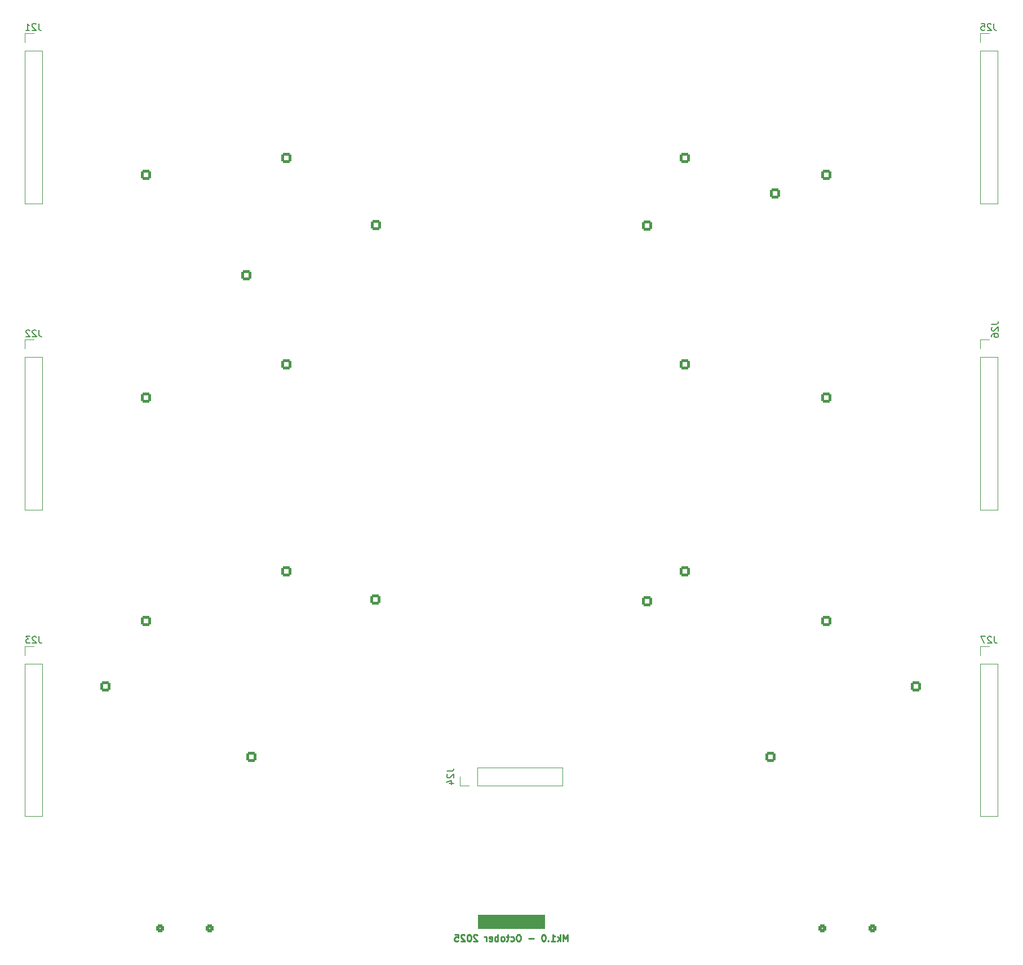
<source format=gbo>
%TF.GenerationSoftware,KiCad,Pcbnew,9.0.4*%
%TF.CreationDate,2025-10-03T19:31:03+02:00*%
%TF.ProjectId,DMH_VCEG_PCB_2,444d485f-5643-4454-975f-5043425f322e,1*%
%TF.SameCoordinates,Original*%
%TF.FileFunction,Legend,Bot*%
%TF.FilePolarity,Positive*%
%FSLAX46Y46*%
G04 Gerber Fmt 4.6, Leading zero omitted, Abs format (unit mm)*
G04 Created by KiCad (PCBNEW 9.0.4) date 2025-10-03 19:31:03*
%MOMM*%
%LPD*%
G01*
G04 APERTURE LIST*
G04 Aperture macros list*
%AMRoundRect*
0 Rectangle with rounded corners*
0 $1 Rounding radius*
0 $2 $3 $4 $5 $6 $7 $8 $9 X,Y pos of 4 corners*
0 Add a 4 corners polygon primitive as box body*
4,1,4,$2,$3,$4,$5,$6,$7,$8,$9,$2,$3,0*
0 Add four circle primitives for the rounded corners*
1,1,$1+$1,$2,$3*
1,1,$1+$1,$4,$5*
1,1,$1+$1,$6,$7*
1,1,$1+$1,$8,$9*
0 Add four rect primitives between the rounded corners*
20,1,$1+$1,$2,$3,$4,$5,0*
20,1,$1+$1,$4,$5,$6,$7,0*
20,1,$1+$1,$6,$7,$8,$9,0*
20,1,$1+$1,$8,$9,$2,$3,0*%
G04 Aperture macros list end*
%ADD10C,0.100000*%
%ADD11C,0.250000*%
%ADD12C,0.150000*%
%ADD13C,0.120000*%
%ADD14C,1.600000*%
%ADD15C,2.800000*%
%ADD16R,1.500000X1.500000*%
%ADD17C,1.500000*%
%ADD18C,1.440000*%
%ADD19RoundRect,0.250000X-0.550000X-0.550000X0.550000X-0.550000X0.550000X0.550000X-0.550000X0.550000X0*%
%ADD20O,2.720000X3.240000*%
%ADD21R,1.800000X1.800000*%
%ADD22C,1.800000*%
%ADD23RoundRect,0.250000X0.350000X0.350000X-0.350000X0.350000X-0.350000X-0.350000X0.350000X-0.350000X0*%
%ADD24C,1.200000*%
%ADD25O,4.000000X4.200000*%
%ADD26RoundRect,0.250000X0.550000X-0.550000X0.550000X0.550000X-0.550000X0.550000X-0.550000X-0.550000X0*%
%ADD27RoundRect,0.250000X-0.550000X0.550000X-0.550000X-0.550000X0.550000X-0.550000X0.550000X0.550000X0*%
%ADD28RoundRect,0.250000X0.550000X0.550000X-0.550000X0.550000X-0.550000X-0.550000X0.550000X-0.550000X0*%
%ADD29R,1.700000X1.700000*%
%ADD30C,1.700000*%
G04 APERTURE END LIST*
D10*
X95000000Y-176750000D02*
X105000000Y-176750000D01*
X105000000Y-178750000D01*
X95000000Y-178750000D01*
X95000000Y-176750000D01*
G36*
X95000000Y-176750000D02*
G01*
X105000000Y-176750000D01*
X105000000Y-178750000D01*
X95000000Y-178750000D01*
X95000000Y-176750000D01*
G37*
D11*
X108476190Y-180699619D02*
X108476190Y-179699619D01*
X108476190Y-179699619D02*
X108142857Y-180413904D01*
X108142857Y-180413904D02*
X107809524Y-179699619D01*
X107809524Y-179699619D02*
X107809524Y-180699619D01*
X107333333Y-180699619D02*
X107333333Y-179699619D01*
X107238095Y-180318666D02*
X106952381Y-180699619D01*
X106952381Y-180032952D02*
X107333333Y-180413904D01*
X106000000Y-180699619D02*
X106571428Y-180699619D01*
X106285714Y-180699619D02*
X106285714Y-179699619D01*
X106285714Y-179699619D02*
X106380952Y-179842476D01*
X106380952Y-179842476D02*
X106476190Y-179937714D01*
X106476190Y-179937714D02*
X106571428Y-179985333D01*
X105571428Y-180604380D02*
X105523809Y-180652000D01*
X105523809Y-180652000D02*
X105571428Y-180699619D01*
X105571428Y-180699619D02*
X105619047Y-180652000D01*
X105619047Y-180652000D02*
X105571428Y-180604380D01*
X105571428Y-180604380D02*
X105571428Y-180699619D01*
X104904762Y-179699619D02*
X104809524Y-179699619D01*
X104809524Y-179699619D02*
X104714286Y-179747238D01*
X104714286Y-179747238D02*
X104666667Y-179794857D01*
X104666667Y-179794857D02*
X104619048Y-179890095D01*
X104619048Y-179890095D02*
X104571429Y-180080571D01*
X104571429Y-180080571D02*
X104571429Y-180318666D01*
X104571429Y-180318666D02*
X104619048Y-180509142D01*
X104619048Y-180509142D02*
X104666667Y-180604380D01*
X104666667Y-180604380D02*
X104714286Y-180652000D01*
X104714286Y-180652000D02*
X104809524Y-180699619D01*
X104809524Y-180699619D02*
X104904762Y-180699619D01*
X104904762Y-180699619D02*
X105000000Y-180652000D01*
X105000000Y-180652000D02*
X105047619Y-180604380D01*
X105047619Y-180604380D02*
X105095238Y-180509142D01*
X105095238Y-180509142D02*
X105142857Y-180318666D01*
X105142857Y-180318666D02*
X105142857Y-180080571D01*
X105142857Y-180080571D02*
X105095238Y-179890095D01*
X105095238Y-179890095D02*
X105047619Y-179794857D01*
X105047619Y-179794857D02*
X105000000Y-179747238D01*
X105000000Y-179747238D02*
X104904762Y-179699619D01*
X103380952Y-180318666D02*
X102619048Y-180318666D01*
X101190476Y-179699619D02*
X101000000Y-179699619D01*
X101000000Y-179699619D02*
X100904762Y-179747238D01*
X100904762Y-179747238D02*
X100809524Y-179842476D01*
X100809524Y-179842476D02*
X100761905Y-180032952D01*
X100761905Y-180032952D02*
X100761905Y-180366285D01*
X100761905Y-180366285D02*
X100809524Y-180556761D01*
X100809524Y-180556761D02*
X100904762Y-180652000D01*
X100904762Y-180652000D02*
X101000000Y-180699619D01*
X101000000Y-180699619D02*
X101190476Y-180699619D01*
X101190476Y-180699619D02*
X101285714Y-180652000D01*
X101285714Y-180652000D02*
X101380952Y-180556761D01*
X101380952Y-180556761D02*
X101428571Y-180366285D01*
X101428571Y-180366285D02*
X101428571Y-180032952D01*
X101428571Y-180032952D02*
X101380952Y-179842476D01*
X101380952Y-179842476D02*
X101285714Y-179747238D01*
X101285714Y-179747238D02*
X101190476Y-179699619D01*
X99904762Y-180652000D02*
X100000000Y-180699619D01*
X100000000Y-180699619D02*
X100190476Y-180699619D01*
X100190476Y-180699619D02*
X100285714Y-180652000D01*
X100285714Y-180652000D02*
X100333333Y-180604380D01*
X100333333Y-180604380D02*
X100380952Y-180509142D01*
X100380952Y-180509142D02*
X100380952Y-180223428D01*
X100380952Y-180223428D02*
X100333333Y-180128190D01*
X100333333Y-180128190D02*
X100285714Y-180080571D01*
X100285714Y-180080571D02*
X100190476Y-180032952D01*
X100190476Y-180032952D02*
X100000000Y-180032952D01*
X100000000Y-180032952D02*
X99904762Y-180080571D01*
X99619047Y-180032952D02*
X99238095Y-180032952D01*
X99476190Y-179699619D02*
X99476190Y-180556761D01*
X99476190Y-180556761D02*
X99428571Y-180652000D01*
X99428571Y-180652000D02*
X99333333Y-180699619D01*
X99333333Y-180699619D02*
X99238095Y-180699619D01*
X98761904Y-180699619D02*
X98857142Y-180652000D01*
X98857142Y-180652000D02*
X98904761Y-180604380D01*
X98904761Y-180604380D02*
X98952380Y-180509142D01*
X98952380Y-180509142D02*
X98952380Y-180223428D01*
X98952380Y-180223428D02*
X98904761Y-180128190D01*
X98904761Y-180128190D02*
X98857142Y-180080571D01*
X98857142Y-180080571D02*
X98761904Y-180032952D01*
X98761904Y-180032952D02*
X98619047Y-180032952D01*
X98619047Y-180032952D02*
X98523809Y-180080571D01*
X98523809Y-180080571D02*
X98476190Y-180128190D01*
X98476190Y-180128190D02*
X98428571Y-180223428D01*
X98428571Y-180223428D02*
X98428571Y-180509142D01*
X98428571Y-180509142D02*
X98476190Y-180604380D01*
X98476190Y-180604380D02*
X98523809Y-180652000D01*
X98523809Y-180652000D02*
X98619047Y-180699619D01*
X98619047Y-180699619D02*
X98761904Y-180699619D01*
X97999999Y-180699619D02*
X97999999Y-179699619D01*
X97999999Y-180080571D02*
X97904761Y-180032952D01*
X97904761Y-180032952D02*
X97714285Y-180032952D01*
X97714285Y-180032952D02*
X97619047Y-180080571D01*
X97619047Y-180080571D02*
X97571428Y-180128190D01*
X97571428Y-180128190D02*
X97523809Y-180223428D01*
X97523809Y-180223428D02*
X97523809Y-180509142D01*
X97523809Y-180509142D02*
X97571428Y-180604380D01*
X97571428Y-180604380D02*
X97619047Y-180652000D01*
X97619047Y-180652000D02*
X97714285Y-180699619D01*
X97714285Y-180699619D02*
X97904761Y-180699619D01*
X97904761Y-180699619D02*
X97999999Y-180652000D01*
X96714285Y-180652000D02*
X96809523Y-180699619D01*
X96809523Y-180699619D02*
X96999999Y-180699619D01*
X96999999Y-180699619D02*
X97095237Y-180652000D01*
X97095237Y-180652000D02*
X97142856Y-180556761D01*
X97142856Y-180556761D02*
X97142856Y-180175809D01*
X97142856Y-180175809D02*
X97095237Y-180080571D01*
X97095237Y-180080571D02*
X96999999Y-180032952D01*
X96999999Y-180032952D02*
X96809523Y-180032952D01*
X96809523Y-180032952D02*
X96714285Y-180080571D01*
X96714285Y-180080571D02*
X96666666Y-180175809D01*
X96666666Y-180175809D02*
X96666666Y-180271047D01*
X96666666Y-180271047D02*
X97142856Y-180366285D01*
X96238094Y-180699619D02*
X96238094Y-180032952D01*
X96238094Y-180223428D02*
X96190475Y-180128190D01*
X96190475Y-180128190D02*
X96142856Y-180080571D01*
X96142856Y-180080571D02*
X96047618Y-180032952D01*
X96047618Y-180032952D02*
X95952380Y-180032952D01*
X94904760Y-179794857D02*
X94857141Y-179747238D01*
X94857141Y-179747238D02*
X94761903Y-179699619D01*
X94761903Y-179699619D02*
X94523808Y-179699619D01*
X94523808Y-179699619D02*
X94428570Y-179747238D01*
X94428570Y-179747238D02*
X94380951Y-179794857D01*
X94380951Y-179794857D02*
X94333332Y-179890095D01*
X94333332Y-179890095D02*
X94333332Y-179985333D01*
X94333332Y-179985333D02*
X94380951Y-180128190D01*
X94380951Y-180128190D02*
X94952379Y-180699619D01*
X94952379Y-180699619D02*
X94333332Y-180699619D01*
X93714284Y-179699619D02*
X93619046Y-179699619D01*
X93619046Y-179699619D02*
X93523808Y-179747238D01*
X93523808Y-179747238D02*
X93476189Y-179794857D01*
X93476189Y-179794857D02*
X93428570Y-179890095D01*
X93428570Y-179890095D02*
X93380951Y-180080571D01*
X93380951Y-180080571D02*
X93380951Y-180318666D01*
X93380951Y-180318666D02*
X93428570Y-180509142D01*
X93428570Y-180509142D02*
X93476189Y-180604380D01*
X93476189Y-180604380D02*
X93523808Y-180652000D01*
X93523808Y-180652000D02*
X93619046Y-180699619D01*
X93619046Y-180699619D02*
X93714284Y-180699619D01*
X93714284Y-180699619D02*
X93809522Y-180652000D01*
X93809522Y-180652000D02*
X93857141Y-180604380D01*
X93857141Y-180604380D02*
X93904760Y-180509142D01*
X93904760Y-180509142D02*
X93952379Y-180318666D01*
X93952379Y-180318666D02*
X93952379Y-180080571D01*
X93952379Y-180080571D02*
X93904760Y-179890095D01*
X93904760Y-179890095D02*
X93857141Y-179794857D01*
X93857141Y-179794857D02*
X93809522Y-179747238D01*
X93809522Y-179747238D02*
X93714284Y-179699619D01*
X92999998Y-179794857D02*
X92952379Y-179747238D01*
X92952379Y-179747238D02*
X92857141Y-179699619D01*
X92857141Y-179699619D02*
X92619046Y-179699619D01*
X92619046Y-179699619D02*
X92523808Y-179747238D01*
X92523808Y-179747238D02*
X92476189Y-179794857D01*
X92476189Y-179794857D02*
X92428570Y-179890095D01*
X92428570Y-179890095D02*
X92428570Y-179985333D01*
X92428570Y-179985333D02*
X92476189Y-180128190D01*
X92476189Y-180128190D02*
X93047617Y-180699619D01*
X93047617Y-180699619D02*
X92428570Y-180699619D01*
X91523808Y-179699619D02*
X91999998Y-179699619D01*
X91999998Y-179699619D02*
X92047617Y-180175809D01*
X92047617Y-180175809D02*
X91999998Y-180128190D01*
X91999998Y-180128190D02*
X91904760Y-180080571D01*
X91904760Y-180080571D02*
X91666665Y-180080571D01*
X91666665Y-180080571D02*
X91571427Y-180128190D01*
X91571427Y-180128190D02*
X91523808Y-180175809D01*
X91523808Y-180175809D02*
X91476189Y-180271047D01*
X91476189Y-180271047D02*
X91476189Y-180509142D01*
X91476189Y-180509142D02*
X91523808Y-180604380D01*
X91523808Y-180604380D02*
X91571427Y-180652000D01*
X91571427Y-180652000D02*
X91666665Y-180699619D01*
X91666665Y-180699619D02*
X91904760Y-180699619D01*
X91904760Y-180699619D02*
X91999998Y-180652000D01*
X91999998Y-180652000D02*
X92047617Y-180604380D01*
D12*
X90334819Y-155190476D02*
X91049104Y-155190476D01*
X91049104Y-155190476D02*
X91191961Y-155142857D01*
X91191961Y-155142857D02*
X91287200Y-155047619D01*
X91287200Y-155047619D02*
X91334819Y-154904762D01*
X91334819Y-154904762D02*
X91334819Y-154809524D01*
X90430057Y-155619048D02*
X90382438Y-155666667D01*
X90382438Y-155666667D02*
X90334819Y-155761905D01*
X90334819Y-155761905D02*
X90334819Y-156000000D01*
X90334819Y-156000000D02*
X90382438Y-156095238D01*
X90382438Y-156095238D02*
X90430057Y-156142857D01*
X90430057Y-156142857D02*
X90525295Y-156190476D01*
X90525295Y-156190476D02*
X90620533Y-156190476D01*
X90620533Y-156190476D02*
X90763390Y-156142857D01*
X90763390Y-156142857D02*
X91334819Y-155571429D01*
X91334819Y-155571429D02*
X91334819Y-156190476D01*
X90668152Y-157047619D02*
X91334819Y-157047619D01*
X90287200Y-156809524D02*
X91001485Y-156571429D01*
X91001485Y-156571429D02*
X91001485Y-157190476D01*
X29009523Y-42954819D02*
X29009523Y-43669104D01*
X29009523Y-43669104D02*
X29057142Y-43811961D01*
X29057142Y-43811961D02*
X29152380Y-43907200D01*
X29152380Y-43907200D02*
X29295237Y-43954819D01*
X29295237Y-43954819D02*
X29390475Y-43954819D01*
X28580951Y-43050057D02*
X28533332Y-43002438D01*
X28533332Y-43002438D02*
X28438094Y-42954819D01*
X28438094Y-42954819D02*
X28199999Y-42954819D01*
X28199999Y-42954819D02*
X28104761Y-43002438D01*
X28104761Y-43002438D02*
X28057142Y-43050057D01*
X28057142Y-43050057D02*
X28009523Y-43145295D01*
X28009523Y-43145295D02*
X28009523Y-43240533D01*
X28009523Y-43240533D02*
X28057142Y-43383390D01*
X28057142Y-43383390D02*
X28628570Y-43954819D01*
X28628570Y-43954819D02*
X28009523Y-43954819D01*
X27057142Y-43954819D02*
X27628570Y-43954819D01*
X27342856Y-43954819D02*
X27342856Y-42954819D01*
X27342856Y-42954819D02*
X27438094Y-43097676D01*
X27438094Y-43097676D02*
X27533332Y-43192914D01*
X27533332Y-43192914D02*
X27628570Y-43240533D01*
X172559523Y-134954819D02*
X172559523Y-135669104D01*
X172559523Y-135669104D02*
X172607142Y-135811961D01*
X172607142Y-135811961D02*
X172702380Y-135907200D01*
X172702380Y-135907200D02*
X172845237Y-135954819D01*
X172845237Y-135954819D02*
X172940475Y-135954819D01*
X172130951Y-135050057D02*
X172083332Y-135002438D01*
X172083332Y-135002438D02*
X171988094Y-134954819D01*
X171988094Y-134954819D02*
X171749999Y-134954819D01*
X171749999Y-134954819D02*
X171654761Y-135002438D01*
X171654761Y-135002438D02*
X171607142Y-135050057D01*
X171607142Y-135050057D02*
X171559523Y-135145295D01*
X171559523Y-135145295D02*
X171559523Y-135240533D01*
X171559523Y-135240533D02*
X171607142Y-135383390D01*
X171607142Y-135383390D02*
X172178570Y-135954819D01*
X172178570Y-135954819D02*
X171559523Y-135954819D01*
X171226189Y-134954819D02*
X170559523Y-134954819D01*
X170559523Y-134954819D02*
X170988094Y-135954819D01*
X29059523Y-134954819D02*
X29059523Y-135669104D01*
X29059523Y-135669104D02*
X29107142Y-135811961D01*
X29107142Y-135811961D02*
X29202380Y-135907200D01*
X29202380Y-135907200D02*
X29345237Y-135954819D01*
X29345237Y-135954819D02*
X29440475Y-135954819D01*
X28630951Y-135050057D02*
X28583332Y-135002438D01*
X28583332Y-135002438D02*
X28488094Y-134954819D01*
X28488094Y-134954819D02*
X28249999Y-134954819D01*
X28249999Y-134954819D02*
X28154761Y-135002438D01*
X28154761Y-135002438D02*
X28107142Y-135050057D01*
X28107142Y-135050057D02*
X28059523Y-135145295D01*
X28059523Y-135145295D02*
X28059523Y-135240533D01*
X28059523Y-135240533D02*
X28107142Y-135383390D01*
X28107142Y-135383390D02*
X28678570Y-135954819D01*
X28678570Y-135954819D02*
X28059523Y-135954819D01*
X27726189Y-134954819D02*
X27107142Y-134954819D01*
X27107142Y-134954819D02*
X27440475Y-135335771D01*
X27440475Y-135335771D02*
X27297618Y-135335771D01*
X27297618Y-135335771D02*
X27202380Y-135383390D01*
X27202380Y-135383390D02*
X27154761Y-135431009D01*
X27154761Y-135431009D02*
X27107142Y-135526247D01*
X27107142Y-135526247D02*
X27107142Y-135764342D01*
X27107142Y-135764342D02*
X27154761Y-135859580D01*
X27154761Y-135859580D02*
X27202380Y-135907200D01*
X27202380Y-135907200D02*
X27297618Y-135954819D01*
X27297618Y-135954819D02*
X27583332Y-135954819D01*
X27583332Y-135954819D02*
X27678570Y-135907200D01*
X27678570Y-135907200D02*
X27726189Y-135859580D01*
X172154819Y-88090476D02*
X172869104Y-88090476D01*
X172869104Y-88090476D02*
X173011961Y-88042857D01*
X173011961Y-88042857D02*
X173107200Y-87947619D01*
X173107200Y-87947619D02*
X173154819Y-87804762D01*
X173154819Y-87804762D02*
X173154819Y-87709524D01*
X172250057Y-88519048D02*
X172202438Y-88566667D01*
X172202438Y-88566667D02*
X172154819Y-88661905D01*
X172154819Y-88661905D02*
X172154819Y-88900000D01*
X172154819Y-88900000D02*
X172202438Y-88995238D01*
X172202438Y-88995238D02*
X172250057Y-89042857D01*
X172250057Y-89042857D02*
X172345295Y-89090476D01*
X172345295Y-89090476D02*
X172440533Y-89090476D01*
X172440533Y-89090476D02*
X172583390Y-89042857D01*
X172583390Y-89042857D02*
X173154819Y-88471429D01*
X173154819Y-88471429D02*
X173154819Y-89090476D01*
X172154819Y-89947619D02*
X172154819Y-89757143D01*
X172154819Y-89757143D02*
X172202438Y-89661905D01*
X172202438Y-89661905D02*
X172250057Y-89614286D01*
X172250057Y-89614286D02*
X172392914Y-89519048D01*
X172392914Y-89519048D02*
X172583390Y-89471429D01*
X172583390Y-89471429D02*
X172964342Y-89471429D01*
X172964342Y-89471429D02*
X173059580Y-89519048D01*
X173059580Y-89519048D02*
X173107200Y-89566667D01*
X173107200Y-89566667D02*
X173154819Y-89661905D01*
X173154819Y-89661905D02*
X173154819Y-89852381D01*
X173154819Y-89852381D02*
X173107200Y-89947619D01*
X173107200Y-89947619D02*
X173059580Y-89995238D01*
X173059580Y-89995238D02*
X172964342Y-90042857D01*
X172964342Y-90042857D02*
X172726247Y-90042857D01*
X172726247Y-90042857D02*
X172631009Y-89995238D01*
X172631009Y-89995238D02*
X172583390Y-89947619D01*
X172583390Y-89947619D02*
X172535771Y-89852381D01*
X172535771Y-89852381D02*
X172535771Y-89661905D01*
X172535771Y-89661905D02*
X172583390Y-89566667D01*
X172583390Y-89566667D02*
X172631009Y-89519048D01*
X172631009Y-89519048D02*
X172726247Y-89471429D01*
X29059523Y-88954819D02*
X29059523Y-89669104D01*
X29059523Y-89669104D02*
X29107142Y-89811961D01*
X29107142Y-89811961D02*
X29202380Y-89907200D01*
X29202380Y-89907200D02*
X29345237Y-89954819D01*
X29345237Y-89954819D02*
X29440475Y-89954819D01*
X28630951Y-89050057D02*
X28583332Y-89002438D01*
X28583332Y-89002438D02*
X28488094Y-88954819D01*
X28488094Y-88954819D02*
X28249999Y-88954819D01*
X28249999Y-88954819D02*
X28154761Y-89002438D01*
X28154761Y-89002438D02*
X28107142Y-89050057D01*
X28107142Y-89050057D02*
X28059523Y-89145295D01*
X28059523Y-89145295D02*
X28059523Y-89240533D01*
X28059523Y-89240533D02*
X28107142Y-89383390D01*
X28107142Y-89383390D02*
X28678570Y-89954819D01*
X28678570Y-89954819D02*
X28059523Y-89954819D01*
X27678570Y-89050057D02*
X27630951Y-89002438D01*
X27630951Y-89002438D02*
X27535713Y-88954819D01*
X27535713Y-88954819D02*
X27297618Y-88954819D01*
X27297618Y-88954819D02*
X27202380Y-89002438D01*
X27202380Y-89002438D02*
X27154761Y-89050057D01*
X27154761Y-89050057D02*
X27107142Y-89145295D01*
X27107142Y-89145295D02*
X27107142Y-89240533D01*
X27107142Y-89240533D02*
X27154761Y-89383390D01*
X27154761Y-89383390D02*
X27726189Y-89954819D01*
X27726189Y-89954819D02*
X27107142Y-89954819D01*
X172509523Y-42954819D02*
X172509523Y-43669104D01*
X172509523Y-43669104D02*
X172557142Y-43811961D01*
X172557142Y-43811961D02*
X172652380Y-43907200D01*
X172652380Y-43907200D02*
X172795237Y-43954819D01*
X172795237Y-43954819D02*
X172890475Y-43954819D01*
X172080951Y-43050057D02*
X172033332Y-43002438D01*
X172033332Y-43002438D02*
X171938094Y-42954819D01*
X171938094Y-42954819D02*
X171699999Y-42954819D01*
X171699999Y-42954819D02*
X171604761Y-43002438D01*
X171604761Y-43002438D02*
X171557142Y-43050057D01*
X171557142Y-43050057D02*
X171509523Y-43145295D01*
X171509523Y-43145295D02*
X171509523Y-43240533D01*
X171509523Y-43240533D02*
X171557142Y-43383390D01*
X171557142Y-43383390D02*
X172128570Y-43954819D01*
X172128570Y-43954819D02*
X171509523Y-43954819D01*
X170604761Y-42954819D02*
X171080951Y-42954819D01*
X171080951Y-42954819D02*
X171128570Y-43431009D01*
X171128570Y-43431009D02*
X171080951Y-43383390D01*
X171080951Y-43383390D02*
X170985713Y-43335771D01*
X170985713Y-43335771D02*
X170747618Y-43335771D01*
X170747618Y-43335771D02*
X170652380Y-43383390D01*
X170652380Y-43383390D02*
X170604761Y-43431009D01*
X170604761Y-43431009D02*
X170557142Y-43526247D01*
X170557142Y-43526247D02*
X170557142Y-43764342D01*
X170557142Y-43764342D02*
X170604761Y-43859580D01*
X170604761Y-43859580D02*
X170652380Y-43907200D01*
X170652380Y-43907200D02*
X170747618Y-43954819D01*
X170747618Y-43954819D02*
X170985713Y-43954819D01*
X170985713Y-43954819D02*
X171080951Y-43907200D01*
X171080951Y-43907200D02*
X171128570Y-43859580D01*
D13*
%TO.C,J24*%
X92320000Y-156000000D02*
X92320000Y-157330000D01*
X92320000Y-157330000D02*
X93650000Y-157330000D01*
X94920000Y-154670000D02*
X94920000Y-157330000D01*
X94920000Y-154670000D02*
X107680000Y-154670000D01*
X94920000Y-157330000D02*
X107680000Y-157330000D01*
X107680000Y-154670000D02*
X107680000Y-157330000D01*
%TO.C,J21*%
X26920000Y-44420000D02*
X26920000Y-45750000D01*
X26920000Y-47020000D02*
X26920000Y-69940000D01*
X28250000Y-44420000D02*
X26920000Y-44420000D01*
X29580000Y-47020000D02*
X26920000Y-47020000D01*
X29580000Y-47020000D02*
X29580000Y-69940000D01*
X29580000Y-69940000D02*
X26920000Y-69940000D01*
%TO.C,J27*%
X170420000Y-136420000D02*
X170420000Y-137750000D01*
X170420000Y-139020000D02*
X170420000Y-161940000D01*
X171750000Y-136420000D02*
X170420000Y-136420000D01*
X173080000Y-139020000D02*
X170420000Y-139020000D01*
X173080000Y-139020000D02*
X173080000Y-161940000D01*
X173080000Y-161940000D02*
X170420000Y-161940000D01*
%TO.C,J23*%
X26920000Y-136420000D02*
X26920000Y-137750000D01*
X26920000Y-139020000D02*
X26920000Y-161940000D01*
X28250000Y-136420000D02*
X26920000Y-136420000D01*
X29580000Y-139020000D02*
X26920000Y-139020000D01*
X29580000Y-139020000D02*
X29580000Y-161940000D01*
X29580000Y-161940000D02*
X26920000Y-161940000D01*
%TO.C,J26*%
X170420000Y-90420000D02*
X170420000Y-91750000D01*
X170420000Y-93020000D02*
X170420000Y-115940000D01*
X171750000Y-90420000D02*
X170420000Y-90420000D01*
X173080000Y-93020000D02*
X170420000Y-93020000D01*
X173080000Y-93020000D02*
X173080000Y-115940000D01*
X173080000Y-115940000D02*
X170420000Y-115940000D01*
%TO.C,J22*%
X26920000Y-90420000D02*
X26920000Y-91750000D01*
X26920000Y-93020000D02*
X26920000Y-115940000D01*
X28250000Y-90420000D02*
X26920000Y-90420000D01*
X29580000Y-93020000D02*
X26920000Y-93020000D01*
X29580000Y-93020000D02*
X29580000Y-115940000D01*
X29580000Y-115940000D02*
X26920000Y-115940000D01*
%TO.C,J25*%
X170420000Y-44420000D02*
X170420000Y-45750000D01*
X170420000Y-47020000D02*
X170420000Y-69940000D01*
X171750000Y-44420000D02*
X170420000Y-44420000D01*
X173080000Y-47020000D02*
X170420000Y-47020000D01*
X173080000Y-47020000D02*
X173080000Y-69940000D01*
X173080000Y-69940000D02*
X170420000Y-69940000D01*
%TD*%
%LPC*%
D14*
%TO.C,R149*%
X136800000Y-72990000D03*
X136800000Y-80610000D03*
%TD*%
%TO.C,R50*%
X63100000Y-68410000D03*
X63100000Y-60790000D03*
%TD*%
D15*
%TO.C,SW4*%
X112587000Y-173200000D03*
X112587000Y-168500000D03*
X112587000Y-163800000D03*
X117413000Y-173200000D03*
X117413000Y-168500000D03*
X117413000Y-163800000D03*
%TD*%
D14*
%TO.C,R11*%
X144200000Y-115510000D03*
X144200000Y-107890000D03*
%TD*%
%TO.C,C35*%
X141300000Y-70700000D03*
X136300000Y-70700000D03*
%TD*%
%TO.C,R65*%
X42000000Y-84190000D03*
X42000000Y-91810000D03*
%TD*%
%TO.C,R145*%
X144200000Y-74290000D03*
X144200000Y-81910000D03*
%TD*%
D16*
%TO.C,Q10*%
X64750000Y-145250000D03*
D17*
X64750000Y-147790000D03*
X64750000Y-150330000D03*
%TD*%
D14*
%TO.C,R29*%
X74000000Y-120610000D03*
X74000000Y-112990000D03*
%TD*%
%TO.C,C26*%
X158400000Y-66500000D03*
X158400000Y-71500000D03*
%TD*%
D16*
%TO.C,Q15*%
X31250000Y-105200000D03*
D17*
X33790000Y-105200000D03*
X36330000Y-105200000D03*
%TD*%
D18*
%TO.C,RV11*%
X40750000Y-52290000D03*
X40750000Y-49750000D03*
X40750000Y-47210000D03*
%TD*%
D16*
%TO.C,Q11*%
X31260000Y-59400000D03*
D17*
X33800000Y-59400000D03*
X36340000Y-59400000D03*
%TD*%
D16*
%TO.C,Q27*%
X168800000Y-63300000D03*
D17*
X166260000Y-63300000D03*
X163720000Y-63300000D03*
%TD*%
D14*
%TO.C,R187*%
X161100000Y-91990000D03*
X161100000Y-99610000D03*
%TD*%
%TO.C,R158*%
X142000000Y-145390000D03*
X142000000Y-153010000D03*
%TD*%
%TO.C,R80*%
X39410000Y-134500000D03*
X31790000Y-134500000D03*
%TD*%
D19*
%TO.C,U21*%
X66190000Y-94135000D03*
D14*
X66190000Y-96675000D03*
X66190000Y-99215000D03*
X66190000Y-101755000D03*
X66190000Y-104295000D03*
X66190000Y-106835000D03*
X66190000Y-109375000D03*
X73810000Y-109375000D03*
X73810000Y-106835000D03*
X73810000Y-104295000D03*
X73810000Y-101755000D03*
X73810000Y-99215000D03*
X73810000Y-96675000D03*
X73810000Y-94135000D03*
%TD*%
D16*
%TO.C,Q16*%
X36350000Y-109000000D03*
D17*
X33810000Y-109000000D03*
X31270000Y-109000000D03*
%TD*%
D14*
%TO.C,R70*%
X61200000Y-122890000D03*
X61200000Y-130510000D03*
%TD*%
%TO.C,R27*%
X74000000Y-58510000D03*
X74000000Y-50890000D03*
%TD*%
D16*
%TO.C,Q7*%
X64750000Y-52150000D03*
D17*
X64750000Y-54690000D03*
X64750000Y-57230000D03*
%TD*%
D14*
%TO.C,C37*%
X141400000Y-132800000D03*
X136400000Y-132800000D03*
%TD*%
%TO.C,R77*%
X77000000Y-129610000D03*
X77000000Y-121990000D03*
%TD*%
D16*
%TO.C,Q8*%
X64750000Y-83200000D03*
D17*
X64750000Y-85740000D03*
X64750000Y-88280000D03*
%TD*%
D16*
%TO.C,Q13*%
X31250000Y-92450000D03*
D17*
X33790000Y-92450000D03*
X36330000Y-92450000D03*
%TD*%
D14*
%TO.C,C36*%
X123250000Y-132200000D03*
X118250000Y-132200000D03*
%TD*%
D16*
%TO.C,Q26*%
X125450000Y-150300000D03*
D17*
X125450000Y-147760000D03*
X125450000Y-145220000D03*
%TD*%
D14*
%TO.C,R146*%
X146190000Y-48100000D03*
X153810000Y-48100000D03*
%TD*%
%TO.C,R89*%
X42000000Y-103990000D03*
X42000000Y-111610000D03*
%TD*%
%TO.C,R55*%
X46190000Y-45100000D03*
X53810000Y-45100000D03*
%TD*%
D15*
%TO.C,SW5*%
X127587000Y-173200000D03*
X127587000Y-168500000D03*
X127587000Y-163800000D03*
X132413000Y-173200000D03*
X132413000Y-168500000D03*
X132413000Y-163800000D03*
%TD*%
D20*
%TO.C,RV31*%
X145200000Y-155250000D03*
X154800000Y-155250000D03*
D21*
X147500000Y-162750000D03*
D22*
X150000000Y-162750000D03*
X152500000Y-162750000D03*
%TD*%
D14*
%TO.C,R63*%
X62600000Y-93990000D03*
X62600000Y-101610000D03*
%TD*%
D16*
%TO.C,Q9*%
X64750000Y-114200000D03*
D17*
X64750000Y-116740000D03*
X64750000Y-119280000D03*
%TD*%
D14*
%TO.C,R74*%
X29490000Y-124500000D03*
X37110000Y-124500000D03*
%TD*%
%TO.C,C38*%
X123250000Y-101750000D03*
X123250000Y-106750000D03*
%TD*%
D18*
%TO.C,RV4*%
X33750000Y-52290000D03*
X33750000Y-49750000D03*
X33750000Y-47210000D03*
%TD*%
%TO.C,RV34*%
X164210000Y-86900000D03*
X166750000Y-86900000D03*
X169290000Y-86900000D03*
%TD*%
D14*
%TO.C,R163*%
X168810000Y-102200000D03*
X161190000Y-102200000D03*
%TD*%
%TO.C,R154*%
X159400000Y-74290000D03*
X159400000Y-81910000D03*
%TD*%
D23*
%TO.C,C51*%
X47250000Y-178750000D03*
D24*
X45750000Y-178750000D03*
%TD*%
D14*
%TO.C,R61*%
X58000000Y-145390000D03*
X58000000Y-153010000D03*
%TD*%
D19*
%TO.C,U23*%
X126100000Y-94135000D03*
D14*
X126100000Y-96675000D03*
X126100000Y-99215000D03*
X126100000Y-101755000D03*
X126100000Y-104295000D03*
X126100000Y-106835000D03*
X126100000Y-109375000D03*
X133720000Y-109375000D03*
X133720000Y-106835000D03*
X133720000Y-104295000D03*
X133720000Y-101755000D03*
X133720000Y-99215000D03*
X133720000Y-96675000D03*
X133720000Y-94135000D03*
%TD*%
%TO.C,R85*%
X80000000Y-86590000D03*
X80000000Y-94210000D03*
%TD*%
D16*
%TO.C,Q14*%
X36350000Y-96300000D03*
D17*
X33810000Y-96300000D03*
X31270000Y-96300000D03*
%TD*%
D25*
%TO.C,RV33*%
X106700000Y-54750000D03*
D22*
X116250000Y-65750000D03*
D25*
X118300000Y-54750000D03*
D21*
X108750000Y-65750000D03*
D22*
X111250000Y-65750000D03*
X113750000Y-65750000D03*
%TD*%
D14*
%TO.C,C16*%
X81400000Y-70700000D03*
X76400000Y-70700000D03*
%TD*%
%TO.C,R153*%
X163340000Y-81100000D03*
X170960000Y-81100000D03*
%TD*%
D18*
%TO.C,RV17*%
X35790000Y-130300000D03*
X33250000Y-130300000D03*
X30710000Y-130300000D03*
%TD*%
D14*
%TO.C,R112*%
X163340000Y-77900000D03*
X170960000Y-77900000D03*
%TD*%
%TO.C,C45*%
X51500000Y-168000000D03*
X56500000Y-168000000D03*
%TD*%
D25*
%TO.C,RV35*%
X106700000Y-83250000D03*
D22*
X116250000Y-94250000D03*
D25*
X118300000Y-83250000D03*
D21*
X108750000Y-94250000D03*
D22*
X111250000Y-94250000D03*
X113750000Y-94250000D03*
%TD*%
D18*
%TO.C,RV9*%
X35790000Y-120300000D03*
X33250000Y-120300000D03*
X30710000Y-120300000D03*
%TD*%
D21*
%TO.C,D11*%
X68730000Y-147750000D03*
D22*
X71270000Y-147750000D03*
%TD*%
D14*
%TO.C,R82*%
X61000000Y-155190000D03*
X61000000Y-162810000D03*
%TD*%
D23*
%TO.C,C49*%
X54722600Y-178750000D03*
D24*
X53222600Y-178750000D03*
%TD*%
D18*
%TO.C,RV15*%
X59250000Y-52290000D03*
X59250000Y-49750000D03*
X59250000Y-47210000D03*
%TD*%
D23*
%TO.C,C65*%
X154250000Y-178750000D03*
D24*
X152750000Y-178750000D03*
%TD*%
D14*
%TO.C,C66*%
X143500000Y-168000000D03*
X148500000Y-168000000D03*
%TD*%
D26*
%TO.C,D17*%
X60200000Y-80710000D03*
D14*
X60200000Y-73090000D03*
%TD*%
%TO.C,C14*%
X60300000Y-141400000D03*
X55300000Y-141400000D03*
%TD*%
%TO.C,R86*%
X80000000Y-122710000D03*
X80000000Y-115090000D03*
%TD*%
D16*
%TO.C,Q28*%
X163700000Y-59450000D03*
D17*
X166240000Y-59450000D03*
X168780000Y-59450000D03*
%TD*%
D14*
%TO.C,C50*%
X44000000Y-168000000D03*
X49000000Y-168000000D03*
%TD*%
%TO.C,R165*%
X136800000Y-130510000D03*
X136800000Y-122890000D03*
%TD*%
%TO.C,R18*%
X160690000Y-137200000D03*
X168310000Y-137200000D03*
%TD*%
D19*
%TO.C,U19*%
X126100000Y-63135000D03*
D14*
X126100000Y-65675000D03*
X126100000Y-68215000D03*
X126100000Y-70755000D03*
X126100000Y-73295000D03*
X126100000Y-75835000D03*
X126100000Y-78375000D03*
X133720000Y-78375000D03*
X133720000Y-75835000D03*
X133720000Y-73295000D03*
X133720000Y-70755000D03*
X133720000Y-68215000D03*
X133720000Y-65675000D03*
X133720000Y-63135000D03*
%TD*%
D19*
%TO.C,U4*%
X45100000Y-65635000D03*
D14*
X45100000Y-68175000D03*
X45100000Y-70715000D03*
X45100000Y-73255000D03*
X45100000Y-75795000D03*
X45100000Y-78335000D03*
X45100000Y-80875000D03*
X52720000Y-80875000D03*
X52720000Y-78335000D03*
X52720000Y-75795000D03*
X52720000Y-73255000D03*
X52720000Y-70715000D03*
X52720000Y-68175000D03*
X52720000Y-65635000D03*
%TD*%
D26*
%TO.C,D19*%
X61000000Y-153010000D03*
D14*
X61000000Y-145390000D03*
%TD*%
%TO.C,R30*%
X74000000Y-151610000D03*
X74000000Y-143990000D03*
%TD*%
%TO.C,C40*%
X157700000Y-99100000D03*
X157700000Y-104100000D03*
%TD*%
%TO.C,R76*%
X76900000Y-134190000D03*
X76900000Y-141810000D03*
%TD*%
%TO.C,R69*%
X36000000Y-142490000D03*
X36000000Y-150110000D03*
%TD*%
%TO.C,R68*%
X61200000Y-120610000D03*
X61200000Y-112990000D03*
%TD*%
%TO.C,R151*%
X139800000Y-80610000D03*
X139800000Y-72990000D03*
%TD*%
D19*
%TO.C,U8*%
X45100000Y-132635000D03*
D14*
X45100000Y-135175000D03*
X45100000Y-137715000D03*
X45100000Y-140255000D03*
X45100000Y-142795000D03*
X45100000Y-145335000D03*
X45100000Y-147875000D03*
X52720000Y-147875000D03*
X52720000Y-145335000D03*
X52720000Y-142795000D03*
X52720000Y-140255000D03*
X52720000Y-137715000D03*
X52720000Y-135175000D03*
X52720000Y-132635000D03*
%TD*%
%TO.C,R184*%
X120000000Y-151910000D03*
X120000000Y-144290000D03*
%TD*%
%TO.C,R79*%
X58000000Y-162810000D03*
X58000000Y-155190000D03*
%TD*%
%TO.C,R162*%
X158000000Y-84190000D03*
X158000000Y-91810000D03*
%TD*%
%TO.C,R179*%
X158000000Y-152290000D03*
X158000000Y-159910000D03*
%TD*%
%TO.C,R62*%
X58000000Y-91810000D03*
X58000000Y-84190000D03*
%TD*%
D16*
%TO.C,Q30*%
X163700000Y-92450000D03*
D17*
X166240000Y-92450000D03*
X168780000Y-92450000D03*
%TD*%
D14*
%TO.C,R87*%
X80000000Y-151210000D03*
X80000000Y-143590000D03*
%TD*%
%TO.C,R84*%
X80000000Y-65710000D03*
X80000000Y-58090000D03*
%TD*%
D20*
%TO.C,RV26*%
X145200000Y-54750000D03*
X154800000Y-54750000D03*
D21*
X147500000Y-62250000D03*
D22*
X150000000Y-62250000D03*
X152500000Y-62250000D03*
%TD*%
D14*
%TO.C,R53*%
X58000000Y-55890000D03*
X58000000Y-63510000D03*
%TD*%
%TO.C,R127*%
X133700000Y-143990000D03*
X133700000Y-151610000D03*
%TD*%
%TO.C,C32*%
X144700000Y-141400000D03*
X139700000Y-141400000D03*
%TD*%
%TO.C,R124*%
X133700000Y-50890000D03*
X133700000Y-58510000D03*
%TD*%
D18*
%TO.C,RV36*%
X140750000Y-52290000D03*
X140750000Y-49750000D03*
X140750000Y-47210000D03*
%TD*%
D27*
%TO.C,D39*%
X160800000Y-142490000D03*
D14*
X160800000Y-150110000D03*
%TD*%
%TO.C,R181*%
X120000000Y-58090000D03*
X120000000Y-65710000D03*
%TD*%
D16*
%TO.C,Q29*%
X168800000Y-96300000D03*
D17*
X166260000Y-96300000D03*
X163720000Y-96300000D03*
%TD*%
D14*
%TO.C,R88*%
X55800000Y-139110000D03*
X55800000Y-131490000D03*
%TD*%
D21*
%TO.C,D29*%
X128480000Y-116750000D03*
D22*
X131020000Y-116750000D03*
%TD*%
D14*
%TO.C,C34*%
X123400000Y-70750000D03*
X118400000Y-70750000D03*
%TD*%
D19*
%TO.C,D18*%
X79690000Y-73200000D03*
D14*
X87310000Y-73200000D03*
%TD*%
%TO.C,R90*%
X42000000Y-94090000D03*
X42000000Y-101710000D03*
%TD*%
D16*
%TO.C,Q25*%
X125450000Y-119300000D03*
D17*
X125450000Y-116760000D03*
X125450000Y-114220000D03*
%TD*%
D18*
%TO.C,RV13*%
X35790000Y-85250000D03*
X33250000Y-85250000D03*
X30710000Y-85250000D03*
%TD*%
D14*
%TO.C,R72*%
X58000000Y-117690000D03*
X58000000Y-125310000D03*
%TD*%
D16*
%TO.C,Q12*%
X36360000Y-63265000D03*
D17*
X33820000Y-63265000D03*
X31280000Y-63265000D03*
%TD*%
D14*
%TO.C,R174*%
X123000000Y-129910000D03*
X123000000Y-122290000D03*
%TD*%
D21*
%TO.C,D9*%
X68730000Y-85750000D03*
D22*
X71270000Y-85750000D03*
%TD*%
D19*
%TO.C,U22*%
X45100000Y-99135000D03*
D14*
X45100000Y-101675000D03*
X45100000Y-104215000D03*
X45100000Y-106755000D03*
X45100000Y-109295000D03*
X45100000Y-111835000D03*
X45100000Y-114375000D03*
X52720000Y-114375000D03*
X52720000Y-111835000D03*
X52720000Y-109295000D03*
X52720000Y-106755000D03*
X52720000Y-104215000D03*
X52720000Y-101675000D03*
X52720000Y-99135000D03*
%TD*%
D27*
%TO.C,D20*%
X39000000Y-142490000D03*
D14*
X39000000Y-150110000D03*
%TD*%
%TO.C,R161*%
X161090000Y-115000000D03*
X168710000Y-115000000D03*
%TD*%
D21*
%TO.C,D10*%
X68730000Y-116750000D03*
D22*
X71270000Y-116750000D03*
%TD*%
D14*
%TO.C,C75*%
X148500000Y-173500000D03*
X143500000Y-173500000D03*
%TD*%
%TO.C,R164*%
X136800000Y-112990000D03*
X136800000Y-120610000D03*
%TD*%
%TO.C,R51*%
X38960000Y-57540000D03*
X38960000Y-65160000D03*
%TD*%
D26*
%TO.C,D38*%
X138900000Y-153010000D03*
D14*
X138900000Y-145390000D03*
%TD*%
%TO.C,R180*%
X168710000Y-118000000D03*
X161090000Y-118000000D03*
%TD*%
%TO.C,C13*%
X42500000Y-140200000D03*
X37500000Y-140200000D03*
%TD*%
D19*
%TO.C,U14*%
X147300000Y-65635000D03*
D14*
X147300000Y-68175000D03*
X147300000Y-70715000D03*
X147300000Y-73255000D03*
X147300000Y-75795000D03*
X147300000Y-78335000D03*
X147300000Y-80875000D03*
X154920000Y-80875000D03*
X154920000Y-78335000D03*
X154920000Y-75795000D03*
X154920000Y-73255000D03*
X154920000Y-70715000D03*
X154920000Y-68175000D03*
X154920000Y-65635000D03*
%TD*%
%TO.C,C18*%
X81400000Y-131900000D03*
X76400000Y-131900000D03*
%TD*%
%TO.C,C19*%
X63500000Y-103900000D03*
X58500000Y-103900000D03*
%TD*%
%TO.C,R126*%
X133700000Y-112990000D03*
X133700000Y-120610000D03*
%TD*%
D21*
%TO.C,D28*%
X128480000Y-85750000D03*
D22*
X131020000Y-85750000D03*
%TD*%
D14*
%TO.C,R159*%
X142000000Y-91810000D03*
X142000000Y-84190000D03*
%TD*%
%TO.C,R67*%
X71410000Y-121900000D03*
X63790000Y-121900000D03*
%TD*%
%TO.C,R160*%
X161090000Y-67800000D03*
X168710000Y-67800000D03*
%TD*%
%TO.C,R157*%
X123000000Y-68410000D03*
X123000000Y-60790000D03*
%TD*%
D18*
%TO.C,RV6*%
X35790000Y-73500000D03*
X33250000Y-73500000D03*
X30710000Y-73500000D03*
%TD*%
D15*
%TO.C,SW1*%
X67587000Y-173200000D03*
X67587000Y-168500000D03*
X67587000Y-163800000D03*
X72413000Y-173200000D03*
X72413000Y-168500000D03*
X72413000Y-163800000D03*
%TD*%
D14*
%TO.C,R56*%
X61000000Y-84190000D03*
X61000000Y-91810000D03*
%TD*%
%TO.C,R198*%
X36000000Y-152390000D03*
X36000000Y-160010000D03*
%TD*%
%TO.C,C20*%
X76750000Y-96750000D03*
X76750000Y-101750000D03*
%TD*%
%TO.C,R152*%
X146190000Y-45000000D03*
X153810000Y-45000000D03*
%TD*%
D18*
%TO.C,RV32*%
X159250000Y-52290000D03*
X159250000Y-49750000D03*
X159250000Y-47210000D03*
%TD*%
D14*
%TO.C,R173*%
X122900000Y-134490000D03*
X122900000Y-142110000D03*
%TD*%
D19*
%TO.C,D21*%
X79590000Y-129400000D03*
D14*
X87210000Y-129400000D03*
%TD*%
D15*
%TO.C,SW2*%
X82587000Y-173200000D03*
X82587000Y-168500000D03*
X82587000Y-163800000D03*
X87413000Y-173200000D03*
X87413000Y-168500000D03*
X87413000Y-163800000D03*
%TD*%
D14*
%TO.C,C61*%
X151000000Y-168000000D03*
X156000000Y-168000000D03*
%TD*%
%TO.C,C39*%
X136500000Y-106500000D03*
X136500000Y-101500000D03*
%TD*%
%TO.C,R15*%
X42010000Y-114600000D03*
X34390000Y-114600000D03*
%TD*%
D18*
%TO.C,RV27*%
X164210000Y-73500000D03*
X166750000Y-73500000D03*
X169290000Y-73500000D03*
%TD*%
D14*
%TO.C,R64*%
X42000000Y-137910000D03*
X42000000Y-130290000D03*
%TD*%
%TO.C,R48*%
X57300000Y-73090000D03*
X57300000Y-80710000D03*
%TD*%
D20*
%TO.C,RV8*%
X45200000Y-121750000D03*
X54800000Y-121750000D03*
D21*
X47500000Y-129250000D03*
D22*
X50000000Y-129250000D03*
X52500000Y-129250000D03*
%TD*%
D28*
%TO.C,D40*%
X120410000Y-129700000D03*
D14*
X112790000Y-129700000D03*
%TD*%
%TO.C,C74*%
X51500000Y-173500000D03*
X56500000Y-173500000D03*
%TD*%
D25*
%TO.C,RV18*%
X81700000Y-140250000D03*
D22*
X91250000Y-151250000D03*
D25*
X93300000Y-140250000D03*
D21*
X83750000Y-151250000D03*
D22*
X86250000Y-151250000D03*
X88750000Y-151250000D03*
%TD*%
D14*
%TO.C,R125*%
X133700000Y-81890000D03*
X133700000Y-89510000D03*
%TD*%
%TO.C,R170*%
X166600000Y-150110000D03*
X166600000Y-142490000D03*
%TD*%
%TO.C,R197*%
X39410000Y-137500000D03*
X31790000Y-137500000D03*
%TD*%
%TO.C,R156*%
X123000000Y-73090000D03*
X123000000Y-80710000D03*
%TD*%
%TO.C,R28*%
X74000000Y-89610000D03*
X74000000Y-81990000D03*
%TD*%
%TO.C,R147*%
X136800000Y-68410000D03*
X136800000Y-60790000D03*
%TD*%
D16*
%TO.C,Q32*%
X163700000Y-106700000D03*
D17*
X166240000Y-106700000D03*
X168780000Y-106700000D03*
%TD*%
D14*
%TO.C,C73*%
X49000000Y-173500000D03*
X44000000Y-173500000D03*
%TD*%
D20*
%TO.C,RV5*%
X45200000Y-54750000D03*
X54800000Y-54750000D03*
D21*
X47500000Y-62250000D03*
D22*
X50000000Y-62250000D03*
X52500000Y-62250000D03*
%TD*%
D14*
%TO.C,R169*%
X139800000Y-112990000D03*
X139800000Y-120610000D03*
%TD*%
D19*
%TO.C,U9*%
X66190000Y-63135000D03*
D14*
X66190000Y-65675000D03*
X66190000Y-68215000D03*
X66190000Y-70755000D03*
X66190000Y-73295000D03*
X66190000Y-75835000D03*
X66190000Y-78375000D03*
X73810000Y-78375000D03*
X73810000Y-75835000D03*
X73810000Y-73295000D03*
X73810000Y-70755000D03*
X73810000Y-68215000D03*
X73810000Y-65675000D03*
X73810000Y-63135000D03*
%TD*%
D20*
%TO.C,RV7*%
X45200000Y-88250000D03*
X54800000Y-88250000D03*
D21*
X47500000Y-95750000D03*
D22*
X50000000Y-95750000D03*
X52500000Y-95750000D03*
%TD*%
D16*
%TO.C,Q31*%
X168800000Y-110550000D03*
D17*
X166260000Y-110550000D03*
X163720000Y-110550000D03*
%TD*%
D14*
%TO.C,R71*%
X63100000Y-135490000D03*
X63100000Y-143110000D03*
%TD*%
D25*
%TO.C,RV14*%
X81700000Y-83250000D03*
D22*
X91250000Y-94250000D03*
D25*
X93300000Y-83250000D03*
D21*
X83750000Y-94250000D03*
D22*
X86250000Y-94250000D03*
X88750000Y-94250000D03*
%TD*%
D14*
%TO.C,R155*%
X139000000Y-91810000D03*
X139000000Y-84190000D03*
%TD*%
%TO.C,R185*%
X144200000Y-139110000D03*
X144200000Y-131490000D03*
%TD*%
%TO.C,R177*%
X158000000Y-127490000D03*
X158000000Y-135110000D03*
%TD*%
%TO.C,R172*%
X138900000Y-162810000D03*
X138900000Y-155190000D03*
%TD*%
D25*
%TO.C,RV39*%
X106700000Y-140250000D03*
D22*
X116250000Y-151250000D03*
D25*
X118300000Y-140250000D03*
D21*
X108750000Y-151250000D03*
D22*
X111250000Y-151250000D03*
X113750000Y-151250000D03*
%TD*%
D14*
%TO.C,R150*%
X144200000Y-64490000D03*
X144200000Y-72110000D03*
%TD*%
%TO.C,R182*%
X120000000Y-86590000D03*
X120000000Y-94210000D03*
%TD*%
%TO.C,R59*%
X77000000Y-72990000D03*
X77000000Y-80610000D03*
%TD*%
%TO.C,R166*%
X163600000Y-150110000D03*
X163600000Y-142490000D03*
%TD*%
D16*
%TO.C,Q24*%
X125450000Y-88300000D03*
D17*
X125450000Y-85760000D03*
X125450000Y-83220000D03*
%TD*%
D14*
%TO.C,R73*%
X39000000Y-160010000D03*
X39000000Y-152390000D03*
%TD*%
%TO.C,C7*%
X55300000Y-65800000D03*
X60300000Y-65800000D03*
%TD*%
D28*
%TO.C,D37*%
X120410000Y-73300000D03*
D14*
X112790000Y-73300000D03*
%TD*%
%TO.C,R168*%
X136800000Y-135090000D03*
X136800000Y-142710000D03*
%TD*%
D15*
%TO.C,SW3*%
X100000000Y-173200000D03*
X100000000Y-168500000D03*
X100000000Y-163800000D03*
%TD*%
D23*
%TO.C,C67*%
X146750000Y-178750000D03*
D24*
X145250000Y-178750000D03*
%TD*%
D18*
%TO.C,RV38*%
X164210000Y-131500000D03*
X166750000Y-131500000D03*
X169290000Y-131500000D03*
%TD*%
D14*
%TO.C,C17*%
X63400000Y-132790000D03*
X58400000Y-132790000D03*
%TD*%
%TO.C,C76*%
X151000000Y-173500000D03*
X156000000Y-173500000D03*
%TD*%
%TO.C,C33*%
X162500000Y-140200000D03*
X157500000Y-140200000D03*
%TD*%
D19*
%TO.C,U10*%
X66190000Y-125135000D03*
D14*
X66190000Y-127675000D03*
X66190000Y-130215000D03*
X66190000Y-132755000D03*
X66190000Y-135295000D03*
X66190000Y-137835000D03*
X66190000Y-140375000D03*
X73810000Y-140375000D03*
X73810000Y-137835000D03*
X73810000Y-135295000D03*
X73810000Y-132755000D03*
X73810000Y-130215000D03*
X73810000Y-127675000D03*
X73810000Y-125135000D03*
%TD*%
%TO.C,R171*%
X158000000Y-125310000D03*
X158000000Y-117690000D03*
%TD*%
%TO.C,C21*%
X55500000Y-99100000D03*
X55500000Y-104100000D03*
%TD*%
D19*
%TO.C,U20*%
X126100000Y-125135000D03*
D14*
X126100000Y-127675000D03*
X126100000Y-130215000D03*
X126100000Y-132755000D03*
X126100000Y-135295000D03*
X126100000Y-137835000D03*
X126100000Y-140375000D03*
X133720000Y-140375000D03*
X133720000Y-137835000D03*
X133720000Y-135295000D03*
X133720000Y-132755000D03*
X133720000Y-130215000D03*
X133720000Y-127675000D03*
X133720000Y-125135000D03*
%TD*%
%TO.C,R58*%
X37010000Y-79200000D03*
X29390000Y-79200000D03*
%TD*%
%TO.C,C15*%
X63500000Y-70750000D03*
X58500000Y-70750000D03*
%TD*%
D25*
%TO.C,RV16*%
X81700000Y-111750000D03*
D22*
X91250000Y-122750000D03*
D25*
X93300000Y-111750000D03*
D21*
X83750000Y-122750000D03*
D22*
X86250000Y-122750000D03*
X88750000Y-122750000D03*
%TD*%
D25*
%TO.C,RV37*%
X106700000Y-111750000D03*
D22*
X116250000Y-122750000D03*
D25*
X118300000Y-111750000D03*
D21*
X108750000Y-122750000D03*
D22*
X111250000Y-122750000D03*
X113750000Y-122750000D03*
%TD*%
D20*
%TO.C,RV29*%
X145200000Y-121750000D03*
X154800000Y-121750000D03*
D21*
X147500000Y-129250000D03*
D22*
X150000000Y-129250000D03*
X152500000Y-129250000D03*
%TD*%
D14*
%TO.C,R57*%
X59500000Y-101610000D03*
X59500000Y-93990000D03*
%TD*%
D19*
%TO.C,U18*%
X147300000Y-132635000D03*
D14*
X147300000Y-135175000D03*
X147300000Y-137715000D03*
X147300000Y-140255000D03*
X147300000Y-142795000D03*
X147300000Y-145335000D03*
X147300000Y-147875000D03*
X154920000Y-147875000D03*
X154920000Y-145335000D03*
X154920000Y-142795000D03*
X154920000Y-140255000D03*
X154920000Y-137715000D03*
X154920000Y-135175000D03*
X154920000Y-132635000D03*
%TD*%
D18*
%TO.C,RV30*%
X164210000Y-124500000D03*
X166750000Y-124500000D03*
X169290000Y-124500000D03*
%TD*%
D14*
%TO.C,R78*%
X42000000Y-142490000D03*
X42000000Y-150110000D03*
%TD*%
%TO.C,R75*%
X42000000Y-160010000D03*
X42000000Y-152390000D03*
%TD*%
%TO.C,R60*%
X76900000Y-68410000D03*
X76900000Y-60790000D03*
%TD*%
D21*
%TO.C,D27*%
X128480000Y-54750000D03*
D22*
X131020000Y-54750000D03*
%TD*%
D14*
%TO.C,R54*%
X42000000Y-81410000D03*
X42000000Y-73790000D03*
%TD*%
D21*
%TO.C,D30*%
X128480000Y-147750000D03*
D22*
X131020000Y-147750000D03*
%TD*%
D19*
%TO.C,U24*%
X147300000Y-99135000D03*
D14*
X147300000Y-101675000D03*
X147300000Y-104215000D03*
X147300000Y-106755000D03*
X147300000Y-109295000D03*
X147300000Y-111835000D03*
X147300000Y-114375000D03*
X154920000Y-114375000D03*
X154920000Y-111835000D03*
X154920000Y-109295000D03*
X154920000Y-106755000D03*
X154920000Y-104215000D03*
X154920000Y-101675000D03*
X154920000Y-99135000D03*
%TD*%
D18*
%TO.C,RV25*%
X166250000Y-52290000D03*
X166250000Y-49750000D03*
X166250000Y-47210000D03*
%TD*%
D25*
%TO.C,RV12*%
X81700000Y-54750000D03*
D22*
X91250000Y-65750000D03*
D25*
X93300000Y-54750000D03*
D21*
X83750000Y-65750000D03*
D22*
X86250000Y-65750000D03*
X88750000Y-65750000D03*
%TD*%
D14*
%TO.C,R178*%
X158000000Y-114910000D03*
X158000000Y-107290000D03*
%TD*%
%TO.C,R52*%
X63100000Y-73090000D03*
X63100000Y-80710000D03*
%TD*%
D21*
%TO.C,D8*%
X68730000Y-54750000D03*
D22*
X71270000Y-54750000D03*
%TD*%
D20*
%TO.C,RV28*%
X145200000Y-88250000D03*
X154800000Y-88250000D03*
D21*
X147500000Y-95750000D03*
D22*
X150000000Y-95750000D03*
X152500000Y-95750000D03*
%TD*%
D20*
%TO.C,RV10*%
X45200000Y-155250000D03*
X54800000Y-155250000D03*
D21*
X47500000Y-162750000D03*
D22*
X50000000Y-162750000D03*
X52500000Y-162750000D03*
%TD*%
D14*
%TO.C,R83*%
X39000000Y-110910000D03*
X39000000Y-103290000D03*
%TD*%
D26*
%TO.C,D36*%
X139600000Y-68410000D03*
D14*
X139600000Y-60790000D03*
%TD*%
%TO.C,R49*%
X46190000Y-48100000D03*
X53810000Y-48100000D03*
%TD*%
%TO.C,R167*%
X139800000Y-122890000D03*
X139800000Y-130510000D03*
%TD*%
%TO.C,R175*%
X158000000Y-142490000D03*
X158000000Y-150110000D03*
%TD*%
%TO.C,R183*%
X120000000Y-122710000D03*
X120000000Y-115090000D03*
%TD*%
%TO.C,R176*%
X142000000Y-162810000D03*
X142000000Y-155190000D03*
%TD*%
%TO.C,R81*%
X42000000Y-125310000D03*
X42000000Y-117690000D03*
%TD*%
%TO.C,R148*%
X161100000Y-65210000D03*
X161100000Y-57590000D03*
%TD*%
%TO.C,R66*%
X39000000Y-98110000D03*
X39000000Y-90490000D03*
%TD*%
D16*
%TO.C,Q23*%
X125450000Y-57300000D03*
D17*
X125450000Y-54760000D03*
X125450000Y-52220000D03*
%TD*%
D14*
%TO.C,R186*%
X144200000Y-98090000D03*
X144200000Y-105710000D03*
%TD*%
D29*
%TO.C,J24*%
X93650000Y-156000000D03*
D30*
X96190000Y-156000000D03*
X98730000Y-156000000D03*
X101270000Y-156000000D03*
X103810000Y-156000000D03*
X106350000Y-156000000D03*
%TD*%
D29*
%TO.C,J21*%
X28250000Y-45750000D03*
D30*
X28250000Y-48290000D03*
X28250000Y-50830000D03*
X28250000Y-53370000D03*
X28250000Y-55910000D03*
X28250000Y-58450000D03*
X28250000Y-60990000D03*
X28250000Y-63530000D03*
X28250000Y-66070000D03*
X28250000Y-68610000D03*
%TD*%
D29*
%TO.C,J27*%
X171750000Y-137750000D03*
D30*
X171750000Y-140290000D03*
X171750000Y-142830000D03*
X171750000Y-145370000D03*
X171750000Y-147910000D03*
X171750000Y-150450000D03*
X171750000Y-152990000D03*
X171750000Y-155530000D03*
X171750000Y-158070000D03*
X171750000Y-160610000D03*
%TD*%
D29*
%TO.C,J23*%
X28250000Y-137750000D03*
D30*
X28250000Y-140290000D03*
X28250000Y-142830000D03*
X28250000Y-145370000D03*
X28250000Y-147910000D03*
X28250000Y-150450000D03*
X28250000Y-152990000D03*
X28250000Y-155530000D03*
X28250000Y-158070000D03*
X28250000Y-160610000D03*
%TD*%
D29*
%TO.C,J26*%
X171750000Y-91750000D03*
D30*
X171750000Y-94290000D03*
X171750000Y-96830000D03*
X171750000Y-99370000D03*
X171750000Y-101910000D03*
X171750000Y-104450000D03*
X171750000Y-106990000D03*
X171750000Y-109530000D03*
X171750000Y-112070000D03*
X171750000Y-114610000D03*
%TD*%
D29*
%TO.C,J22*%
X28250000Y-91750000D03*
D30*
X28250000Y-94290000D03*
X28250000Y-96830000D03*
X28250000Y-99370000D03*
X28250000Y-101910000D03*
X28250000Y-104450000D03*
X28250000Y-106990000D03*
X28250000Y-109530000D03*
X28250000Y-112070000D03*
X28250000Y-114610000D03*
%TD*%
D29*
%TO.C,J25*%
X171750000Y-45750000D03*
D30*
X171750000Y-48290000D03*
X171750000Y-50830000D03*
X171750000Y-53370000D03*
X171750000Y-55910000D03*
X171750000Y-58450000D03*
X171750000Y-60990000D03*
X171750000Y-63530000D03*
X171750000Y-66070000D03*
X171750000Y-68610000D03*
%TD*%
%LPD*%
M02*

</source>
